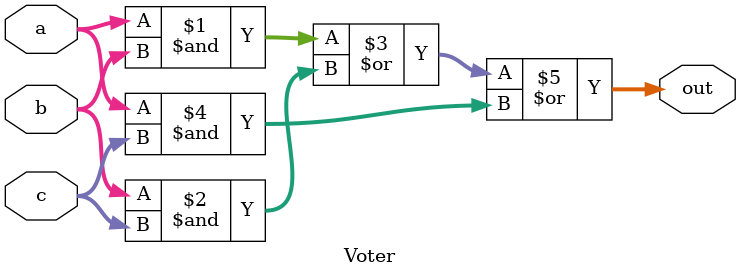
<source format=v>
`timescale 1ns / 1ps

module Voter
#(parameter data_len = 16)(
	input wire [data_len-1:0] a,
	input wire [data_len-1:0] b,
	input wire [data_len-1:0] c,
	output wire [data_len-1:0] out
   );

	assign out = (a&b) | (b&c) | (a&c);

endmodule

</source>
